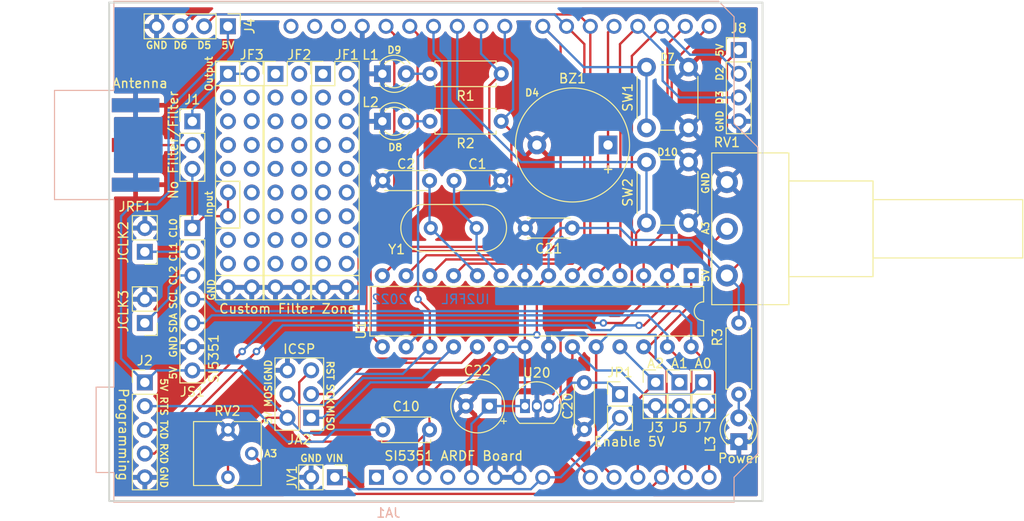
<source format=kicad_pcb>
(kicad_pcb (version 20211014) (generator pcbnew)
  (layers (0 "F.Cu" signal) (31 "B.Cu" signal) (34 "B.Paste" user) (35 "F.Paste" user) (36 "B.SilkS" user "B.Silkscreen") (37 "F.SilkS" user "F.Silkscreen") (38 "B.Mask" user) (39 "F.Mask" user) (44 "Edge.Cuts" user))
  (net 0 "")
  (net 1 "BUZ")
  (net 2 "GND")
  (net 3 "Net-(C1-Pad2)")
  (net 4 "Net-(C2-Pad1)")
  (net 5 "Net-(C10-Pad1)")
  (net 6 "RST")
  (net 7 "Net-(C20-Pad1)")
  (net 8 "+5V")
  (net 9 "Net-(L1-Pad2)")
  (net 10 "Net-(L2-Pad2)")
  (net 11 "Net-(L3-Pad2)")
  (net 12 "TXD")
  (net 13 "RXD")
  (net 14 "A2")
  (net 15 "D5")
  (net 16 "D6")
  (net 17 "A1")
  (net 18 "A0")
  (net 19 "D2")
  (net 20 "D3")
  (net 24 "VIN")
  (net 25 "A3")
  (net 26 "SDA")
  (net 27 "SCL")
  (net 28 "D7")
  (net 29 "LED2")
  (net 30 "LED1")
  (net 31 "D10")
  (net 32 "MOSI")
  (net 33 "MISO")
  (net 34 "SCK")
  (net 38 "CLK2")
  (net 71 "Filter")
  (net 85 "Net-(J1-Pad2)")
  (net 86 "CLK0")
  (net 87 "CLK1")
  (footprint "Capacitor_THT:C_Disc_D4.3mm_W1.9mm_P5.00mm" (layer "F.Cu") (at 171.41 46.99 180)
    (fp_text reference "C2")
    (fp_text value "18p")
  )
  (footprint "Button_Switch_THT:SW_PUSH_6mm" (layer "F.Cu") (at 194.6 41.35 90)
    (fp_text reference "SW1")
    (fp_text value "Button 1")
  )
  (footprint "Buzzer_Beeper:Buzzer_12x9.5RM7.6" (layer "F.Cu") (at 190.49 43.18 180)
    (fp_text reference "BZ1")
    (fp_text value "Buzzer")
  )
  (footprint "Package_DIP:DIP-28_W7.62mm" (layer "F.Cu") (at 199.38 57.16 -90)
    (fp_text reference "U1")
    (fp_text value "ATmega328-P")
  )
  (footprint "LED_THT:LED_D3.0mm" (layer "F.Cu") (at 166.37 35.56)
    (fp_text reference "L1")
    (fp_text value "LED")
  )
  (footprint "Resistor_THT:R_Axial_DIN0207_L6.3mm_D2.5mm_P7.62mm_Horizontal" (layer "F.Cu") (at 204.47 62.23 -90)
    (fp_text reference "R3")
    (fp_text value "470")
  )
  (footprint "Connector_PinHeader_2.54mm:PinHeader_1x07_P2.54mm_Vertical" (layer "F.Cu") (at 146.05 52.065)
    (fp_text reference "JS1")
    (fp_text value "SI5351 Board")
  )
  (footprint "Connector_PinHeader_2.54mm:PinHeader_1x02_P2.54mm_Vertical" (layer "F.Cu") (at 198.12 68.58)
    (fp_text reference "J5")
    (fp_text value "Analog 1")
  )
  (footprint "Connector_PinHeader_2.54mm:PinHeader_1x05_P2.54mm_Vertical" (layer "F.Cu") (at 140.97 68.585)
    (fp_text reference "J2")
    (fp_text value "Programming")
  )
  (footprint "LED_THT:LED_D3.0mm" (layer "F.Cu") (at 204.47 74.93 90)
    (fp_text reference "L3")
    (fp_text value "LED")
  )
  (footprint "Connector_PinHeader_2.54mm:PinHeader_1x02_P2.54mm_Vertical" (layer "F.Cu") (at 140.97 54.61 180)
    (fp_text reference "JCLK2")
    (fp_text value "Clock 2")
  )
  (footprint "Connector_PinHeader_2.54mm:PinHeader_2x10_P2.54mm_Vertical" (layer "F.Cu") (at 160.015 35.565)
    (fp_text reference "JF1")
    (fp_text value "Filter 1")
  )
  (footprint "Connector_PinHeader_2.54mm:PinHeader_1x02_P2.54mm_Vertical" (layer "F.Cu") (at 191.77 69.85)
    (fp_text reference "JP1")
    (fp_text value "5V EN")
  )
  (footprint "Connector_Coaxial:SMA_Amphenol_132289_EdgeMount" (layer "F.Cu") (at 139.9825 43.18 180)
    (fp_text reference "JRF1")
    (fp_text value "OUT")
  )
  (footprint "Connector_PinHeader_2.54mm:PinHeader_1x04_P2.54mm_Vertical" (layer "F.Cu") (at 149.85 30.48 -90)
    (fp_text reference "J4")
    (fp_text value "AUX2")
  )
  (footprint "Capacitor_THT:C_Disc_D4.3mm_W1.9mm_P5.00mm" (layer "F.Cu") (at 179.03 46.99 180)
    (fp_text reference "C1")
    (fp_text value "18p")
  )
  (footprint "Connector_PinHeader_2.54mm:PinHeader_2x03_P2.54mm_Vertical" (layer "F.Cu") (at 158.755 72.375 180)
    (fp_text reference "JA2")
    (fp_text value "ICSP")
  )
  (footprint "Potentiometer_THT:Potentiometer_Vishay_T73YP_Vertical" (layer "F.Cu") (at 149.86 78.74)
    (fp_text reference "RV2")
    (fp_text value "Potentiometer")
  )
  (footprint "Package_TO_SOT_THT:TO-92_Inline" (layer "F.Cu") (at 181.61 71.12)
    (fp_text reference "U20")
    (fp_text value "L78L05_TO92")
  )
  (footprint "Crystal:Crystal_HC18-U_Vertical" (layer "F.Cu") (at 171.54 52.07)
    (fp_text reference "Y1")
    (fp_text value "16M")
  )
  (footprint "Capacitor_THT:CP_Radial_Tantal_D5.5mm_P2.50mm" (layer "F.Cu") (at 177.8 71.12 180)
    (fp_text reference "C22")
    (fp_text value "47u")
  )
  (footprint "Button_Switch_THT:SW_PUSH_6mm" (layer "F.Cu") (at 194.6 51.51 90)
    (fp_text reference "SW2")
    (fp_text value "Button 2")
  )
  (footprint "Connector_PinHeader_2.54mm:PinHeader_1x04_P2.54mm_Vertical" (layer "F.Cu") (at 204.47 33.02)
    (fp_text reference "J8")
    (fp_text value "AUX1")
  )
  (footprint "Connector_PinHeader_2.54mm:PinHeader_2x10_P2.54mm_Vertical" (layer "F.Cu") (at 149.86 35.56)
    (fp_text reference "JF3")
    (fp_text value "Filter 3")
  )
  (footprint "Connector_PinHeader_2.54mm:PinHeader_1x02_P2.54mm_Vertical" (layer "F.Cu") (at 200.66 68.58)
    (fp_text reference "J7")
    (fp_text value "Analog 0")
  )
  (footprint "LED_THT:LED_D3.0mm" (layer "F.Cu") (at 166.37 40.64)
    (fp_text reference "L2")
    (fp_text value "LED")
  )
  (footprint "Resistor_THT:R_Axial_DIN0207_L6.3mm_D2.5mm_P7.62mm_Horizontal" (layer "F.Cu") (at 179.07 40.64 180)
    (fp_text reference "R2")
    (fp_text value "470")
  )
  (footprint "Connector_PinHeader_2.54mm:PinHeader_1x02_P2.54mm_Vertical" (layer "F.Cu") (at 140.97 62.23 180)
    (fp_text reference "JCLK3")
    (fp_text value "Clock 3")
  )
  (footprint "Potentiometer_THT:Potentiometer_Piher_PC-16_Single_Horizontal" (layer "F.Cu") (at 203.2 57.15)
    (fp_text reference "RV1")
    (fp_text value "Potentiometer")
  )
  (footprint "Connector_PinHeader_2.54mm:PinHeader_1x02_P2.54mm_Vertical" (layer "F.Cu") (at 195.58 68.58)
    (fp_text reference "J3")
    (fp_text value "Analog 2")
  )
  (footprint "Capacitor_THT:C_Disc_D5.0mm_W2.5mm_P5.00mm" (layer "F.Cu") (at 166.41 73.66)
    (fp_text reference "C10")
    (fp_text value "220n")
  )
  (footprint "Capacitor_THT:C_Disc_D4.3mm_W1.9mm_P5.00mm" (layer "F.Cu") (at 187.96 68.62 -90)
    (fp_text reference "C20")
    (fp_text value "100n")
  )
  (footprint "Resistor_THT:R_Axial_DIN0207_L6.3mm_D2.5mm_P7.62mm_Horizontal" (layer "F.Cu") (at 179.07 35.56 180)
    (fp_text reference "R1")
    (fp_text value "470")
  )
  (footprint "Connector_PinHeader_2.54mm:PinHeader_1x03_P2.54mm_Vertical" (layer "F.Cu") (at 146.05 40.655)
    (fp_text reference "J1")
    (fp_text value "Output Mode")
  )
  (footprint "Connector_PinHeader_2.54mm:PinHeader_2x10_P2.54mm_Vertical" (layer "F.Cu") (at 154.935 35.565)
    (fp_text reference "JF2")
    (fp_text value "Filter 2")
  )
  (footprint "Capacitor_THT:C_Disc_D4.3mm_W1.9mm_P5.00mm" (layer "F.Cu") (at 186.65 52.07 180)
    (fp_text reference "C21")
    (fp_text value "100n")
  )
  (footprint "Connector_PinHeader_2.54mm:PinHeader_1x02_P2.54mm_Vertical" (layer "F.Cu") (at 161.29 78.74 -90)
    (fp_text reference "JV1")
    (fp_text value "Vin")
  )
  (footprint "Module:Arduino_UNO_R3" (layer "B.Cu") (at 165.735 78.74)
    (fp_text reference "JA1")
    (fp_text value "Arduino_UNO_R3")
  )
  (gr_line (start 148.53 36.83) (end 153.605 36.835) (layer "F.SilkS") (width 0.15))
  (gr_line (start 151.13 52.07) (end 148.59 52.07) (layer "F.SilkS") (width 0.15))
  (gr_line (start 151.13 47.065) (end 151.13 52.07) (layer "F.SilkS") (width 0.15))
  (gr_line (start 148.53 36.83) (end 148.53 34.23) (layer "F.SilkS") (width 0.15))
  (gr_line (start 148.59 57.15) (end 163.83 57.15) (layer "F.SilkS") (width 0.15))
  (gr_line (start 148.59 47.065) (end 151.13 47.065) (layer "F.SilkS") (width 0.15))
  (gr_line (start 148.53 34.23) (end 151.13 34.23) (layer "F.SilkS") (width 0.15))
  (gr_rect (start 137.16 27.94) (end 207.01 81.28) (layer "Edge.Cuts") (width 0.2) (fill none))
  (gr_text "2022" (at 167.132 59.69) (layer "B.Cu") (effects (font (size 1 1)) (justify mirror)))
  (gr_text "IU2FRL" (at 175.26 59.69) (layer "B.Cu") (effects (font (size 1 1)) (justify mirror)))
  (gr_text "GND" (at 142.24 32.512) (layer "F.SilkS") (effects (font (size 0.75 0.75))))
  (gr_text "SDA" (at 144.018 62.23 90) (layer "F.SilkS") (effects (font (size 0.75 0.75))))
  (gr_text "CL1" (at 144.018 54.61 90) (layer "F.SilkS") (effects (font (size 0.75 0.75))))
  (gr_text "D9" (at 167.64 33.02) (layer "F.SilkS") (effects (font (size 0.75 0.75))))
  (gr_text "GND" (at 202.438 40.64 90) (layer "F.SilkS") (effects (font (size 0.75 0.75))))
  (gr_text "5V" (at 202.438 33.02 90) (layer "F.SilkS") (effects (font (size 0.75 0.75))))
  (gr_text "Custom Filter Zone" (at 156.21 60.706) (layer "F.SilkS") (effects (font (size 1 1))))
  (gr_text "ICSP" (at 157.48 65.024) (layer "F.SilkS") (effects (font (size 1 1))))
  (gr_text "GND" (at 200.914 47.244 90) (layer "F.SilkS") (effects (font (size 0.75 0.75))))
  (gr_text "GND" (at 148.082 58.674 90) (layer "F.SilkS") (effects (font (size 0.75 0.75))))
  (gr_text "RST" (at 160.782 67.31 270) (layer "F.SilkS") (effects (font (size 0.75 0.75))))
  (gr_text "Enable 5V" (at 192.786 74.93) (layer "F.SilkS") (effects (font (size 1 1))))
  (gr_text "TXD" (at 143.002 73.66 270) (layer "F.SilkS") (effects (font (size 0.75 0.75))))
  (gr_text "GND" (at 143.002 78.726363 270) (layer "F.SilkS") (effects (font (size 0.75 0.75))))
  (gr_text "SCK" (at 160.782 69.85 270) (layer "F.SilkS") (effects (font (size 0.75 0.75))))
  (gr_text "VIN" (at 161.29 76.708) (layer "F.SilkS") (effects (font (size 0.75 0.75))))
  (gr_text "D3" (at 202.438 38.1 90) (layer "F.SilkS") (effects (font (size 0.75 0.75))))
  (gr_text "GND" (at 158.75 76.708) (layer "F.SilkS") (effects (font (size 0.75 0.75))))
  (gr_text "A3" (at 154.432 76.2) (layer "F.SilkS") (effects (font (size 0.75 0.75))))
  (gr_text "5V" (at 149.86 32.512) (layer "F.SilkS") (effects (font (size 0.75 0.75))))
  (gr_text "D7" (at 196.85 33.782) (layer "F.SilkS") (effects (font (size 0.75 0.75))))
  (gr_text "A3" (at 200.914 52.07 90) (layer "F.SilkS") (effects (font (size 0.75 0.75))))
  (gr_text "RXD" (at 143.002 76.2 270) (layer "F.SilkS") (effects (font (size 0.75 0.75))))
  (gr_text "Antenna" (at 140.462 36.576) (layer "F.SilkS") (effects (font (size 1 1))))
  (gr_text "Power" (at 204.47 76.708) (layer "F.SilkS") (effects (font (size 1 1))))
  (gr_text "MISO" (at 160.782 72.39 270) (layer "F.SilkS") (effects (font (size 0.75 0.75))))
  (gr_text "D8" (at 167.736487 43.434) (layer "F.SilkS") (effects (font (size 0.75 0.75))))
  (gr_text "D6" (at 144.78 32.512) (layer "F.SilkS") (effects (font (size 0.75 0.75))))
  (gr_text "D4" (at 182.372 37.592) (layer "F.SilkS") (effects (font (size 0.75 0.75))))
  (gr_text "D5" (at 147.32 32.512) (layer "F.SilkS") (effects (font (size 0.75 0.75))))
  (gr_text "MOSI" (at 154.178 69.85 90) (layer "F.SilkS") (effects (font (size 0.75 0.75))))
  (gr_text "A2" (at 195.58 66.548) (layer "F.SilkS") (effects (font (size 1 1))))
  (gr_text "Programming" (at 138.684 74.168 270) (layer "F.SilkS") (effects (font (size 1 1))))
  (gr_text "5V" (at 154.178 72.39 90) (layer "F.SilkS") (effects (font (size 0.75 0.75))))
  (gr_text "D2" (at 202.438 35.56 90) (layer "F.SilkS") (effects (font (size 0.75 0.75))))
  (gr_text "SCL" (at 144.018 59.69 90) (layer "F.SilkS") (effects (font (size 0.75 0.75))))
  (gr_text "GND" (at 144.018 64.77 90) (layer "F.SilkS") (effects (font (size 0.75 0.75))))
  (gr_text "SI5351" (at 148.336 66.04 90) (layer "F.SilkS") (effects (font (size 1 1))))
  (gr_text "CL2" (at 144.018 57.15 90) (layer "F.SilkS") (effects (font (size 0.75 0.75))))
  (gr_text "Output" (at 147.828 35.56 90) (layer "F.SilkS") (effects (font (size 0.75 0.75))))
  (gr_text "Input" (at 147.828 49.53 90) (layer "F.SilkS") (effects (font (size 0.75 0.75))))
  (gr_text "No Filter/Filter" (at 144.018 43.18 90) (layer "F.SilkS") (effects (font (size 1 1))))
  (gr_text "A0" (at 200.66 66.548) (layer "F.SilkS") (effects (font (size 1 1))))
  (gr_text "A1" (at 198.12 66.548) (layer "F.SilkS") (effects (font (size 1 1))))
  (gr_text "5V" (at 144.018 67.564 90) (layer "F.SilkS") (effects (font (size 0.75 0.75))))
  (gr_text "GND" (at 154.178 67.31 90) (layer "F.SilkS") (effects (font (size 0.75 0.75))))
  (gr_text "SI5351 ARDF Board" (at 173.99 76.454) (layer "F.SilkS") (effects (font (size 1 1))))
  (gr_text "D10" (at 196.85 43.942) (layer "F.SilkS") (effects (font (size 0.75 0.75))))
  (gr_text "RTS" (at 143.002 71.12 270) (layer "F.SilkS") (effects (font (size 0.75 0.75))))
  (gr_text "5V" (at 200.914 57.15 90) (layer "F.SilkS") (effects (font (size 0.75 0.75))))
  (gr_text "CL0" (at 144.018 52.07 90) (layer "F.SilkS") (effects (font (size 0.75 0.75))))
  (gr_text "5V" (at 143.002 68.834 270) (layer "F.SilkS") (effects (font (size 0.75 0.75))))
  (segment (start 190.49 39.37) (end 190.49 31.125) (width 0.25) (layer "F.Cu") (net 1))
  (segment (start 190.49 31.125) (end 191.135 30.48) (width 0.25) (layer "F.Cu") (net 1))
  (segment (start 190.49 53.35) (end 186.68 57.16) (width 0.25) (layer "F.Cu") (net 1))
  (segment (start 190.49 39.37) (end 190.49 53.35) (width 0.25) (layer "F.Cu") (net 1))
  (segment (start 176.44 52.07) (end 176.44 54.54) (width 0.25) (layer "B.Cu") (net 3))
  (segment (start 174.03 49.66) (end 176.44 52.07) (width 0.25) (layer "B.Cu") (net 3))
  (segment (start 176.44 54.54) (end 179.06 57.16) (width 0.25) (layer "B.Cu") (net 3))
  (segment (start 174.03 46.99) (end 174.03 49.66) (width 0.25) (layer "B.Cu") (net 3))
  (segment (start 171.41 46.99) (end 171.41 51.94) (width 0.25) (layer "B.Cu") (net 4))
  (segment (start 171.54 52.07) (end 176.52 57.05) (width 0.25) (layer "B.Cu") (net 4))
  (segment (start 171.41 51.94) (end 171.54 52.07) (width 0.25) (layer "B.Cu") (net 4))
  (segment (start 176.52 57.05) (end 176.52 57.16) (width 0.25) (layer "B.Cu") (net 4))
  (segment (start 161.29 73.66) (end 160.02 74.93) (width 0.25) (layer "B.Cu") (net 5))
  (segment (start 166.41 73.66) (end 161.29 73.66) (width 0.25) (layer "B.Cu") (net 5))
  (segment (start 152.4 71.12) (end 152.395 71.125) (width 0.25) (layer "B.Cu") (net 5))
  (segment (start 156.21 74.93) (end 152.4 71.12) (width 0.25) (layer "B.Cu") (net 5))
  (segment (start 152.395 71.125) (end 140.97 71.125) (width 0.25) (layer "B.Cu") (net 5))
  (segment (start 160.02 74.93) (end 156.21 74.93) (width 0.25) (layer "B.Cu") (net 5))
  (segment (start 185.42 64.008) (end 185.928 63.5) (width 0.25) (layer "F.Cu") (net 6))
  (segment (start 157.48 73.66) (end 158.75 74.93) (width 0.25) (layer "F.Cu") (net 6))
  (segment (start 185.42 66.04) (end 185.42 64.008) (width 0.25) (layer "F.Cu") (net 6))
  (segment (start 158.75 74.93) (end 170.14 74.93) (width 0.25) (layer "F.Cu") (net 6))
  (segment (start 157.48 68.57) (end 157.48 73.66) (width 0.25) (layer "F.Cu") (net 6))
  (segment (start 170.14 74.93) (end 171.41 73.66) (width 0.25) (layer "F.Cu") (net 6))
  (segment (start 171.41 69.89) (end 172.72 68.58) (width 0.25) (layer "F.Cu") (net 6))
  (segment (start 185.928 63.5) (end 194.691 63.5) (width 0.25) (layer "F.Cu") (net 6))
  (segment (start 194.691 63.5) (end 199.38 58.811) (width 0.25) (layer "F.Cu") (net 6))
  (segment (start 182.88 68.58) (end 185.42 66.04) (width 0.25) (layer "F.Cu") (net 6))
  (segment (start 158.755 67.295) (end 157.48 68.57) (width 0.25) (layer "F.Cu") (net 6))
  (segment (start 171.41 73.66) (end 171.41 69.89) (width 0.25) (layer "F.Cu") (net 6))
  (segment (start 199.38 58.811) (end 199.38 57.16) (width 0.25) (layer "F.Cu") (net 6))
  (segment (start 172.72 68.58) (end 182.88 68.58) (width 0.25) (layer "F.Cu") (net 6))
  (segment (start 170.815 78.74) (end 170.815 74.255) (width 0.25) (layer "B.Cu") (net 6))
  (segment (start 170.815 74.255) (end 171.45 73.62) (width 0.25) (layer "B.Cu") (net 6))
  (segment (start 187.96 68.62) (end 190.54 68.62) (width 0.25) (layer "B.Cu") (net 7))
  (segment (start 187.96 68.62) (end 186.65 68.62) (width 0.25) (layer "B.Cu") (net 7))
  (segment (start 186.65 68.62) (end 184.15 71.12) (width 0.25) (layer "B.Cu") (net 7))
  (segment (start 190.54 68.62) (end 191.77 69.85) (width 0.25) (layer "B.Cu") (net 7))
  (segment (start 203.2 57.15) (end 205.74 54.61) (width 0.25) (layer "F.Cu") (net 8))
  (segment (start 181.6 64.78) (end 181.6 59.7) (width 0.25) (layer "F.Cu") (net 8))
  (segment (start 149.86 78.74) (end 149.86 76.454) (width 0.25) (layer "F.Cu") (net 8))
  (segment (start 205.74 44.45) (end 203.2 41.91) (width 0.25) (layer "F.Cu") (net 8))
  (segment (start 203.2 34.29) (end 204.47 33.02) (width 0.25) (layer "F.Cu") (net 8))
  (segment (start 153.939 72.375) (end 156.215 72.375) (width 0.25) (layer "F.Cu") (net 8))
  (segment (start 181.6 59.7) (end 184.14 57.16) (width 0.25) (layer "F.Cu") (net 8))
  (segment (start 149.86 76.454) (end 153.939 72.375) (width 0.25) (layer "F.Cu") (net 8))
  (segment (start 203.2 41.91) (end 203.2 34.29) (width 0.25) (layer "F.Cu") (net 8))
  (segment (start 205.74 54.61) (end 205.74 44.45) (width 0.25) (layer "F.Cu") (net 8))
  (segment (start 179.06 64.78) (end 181.6 64.78) (width 0.25) (layer "B.Cu") (net 8))
  (segment (start 149.85 33.03) (end 143.51 39.37) (width 0.25) (layer "B.Cu") (net 8))
  (segment (start 204.47 62.23) (end 204.47 58.42) (width 0.25) (layer "B.Cu") (net 8))
  (segment (start 175.895 78.74) (end 175.895 73.025) (width 0.25) (layer "B.Cu") (net 8))
  (segment (start 199.39 53.34) (end 203.2 57.15) (width 0.25) (layer "B.Cu") (net 8))
  (segment (start 157.851443 74.011443) (end 159.668557 74.011443) (width 0.25) (layer "B.Cu") (net 8))
  (segment (start 181.61 71.12) (end 177.8 71.12) (width 0.25) (layer "B.Cu") (net 8))
  (segment (start 143.51 48.26) (end 142.24 49.53) (width 0.25) (layer "B.Cu") (net 8))
  (segment (start 142.24 49.53) (end 139.7 49.53) (width 0.25) (layer "B.Cu") (net 8))
  (segment (start 138.43 50.8) (end 138.43 66.045) (width 0.25) (layer "B.Cu") (net 8))
  (segment (start 191.77 52.07) (end 193.04 53.34) (width 0.25) (layer "B.Cu") (net 8))
  (segment (start 142.25 67.305) (end 140.97 68.585) (width 0.25) (layer "B.Cu") (net 8))
  (segment (start 186.65 52.07) (end 191.77 52.07) (width 0.25) (layer "B.Cu") (net 8))
  (segment (start 175.895 73.025) (end 177.8 71.12) (width 0.25) (layer "B.Cu") (net 8))
  (segment (start 151.145 67.305) (end 156.215 72.375) (width 0.25) (layer "B.Cu") (net 8))
  (segment (start 138.43 66.045) (end 140.97 68.585) (width 0.25) (layer "B.Cu") (net 8))
  (segment (start 204.47 58.42) (end 203.2 57.15) (width 0.25) (layer "B.Cu") (net 8))
  (segment (start 159.668557 74.011443) (end 165.1 68.58) (width 0.25) (layer "B.Cu") (net 8))
  (segment (start 165.1 68.58) (end 175.26 68.58) (width 0.25) (layer "B.Cu") (net 8))
  (segment (start 181.6 64.78) (end 181.6 71.11) (width 0.25) (layer "B.Cu") (net 8))
  (segment (start 181.6 71.11) (end 181.61 71.12) (width 0.25) (layer "B.Cu") (net 8))
  (segment (start 186.65 52.07) (end 185.42 52.07) (width 0.25) (layer "B.Cu") (net 8))
  (segment (start 175.26 68.58) (end 179.06 64.78) (width 0.25) (layer "B.Cu") (net 8))
  (segment (start 185.42 52.07) (end 184.14 53.35) (width 0.25) (layer "B.Cu") (net 8))
  (segment (start 184.14 53.35) (end 184.14 57.16) (width 0.25) (layer "B.Cu") (net 8))
  (segment (start 143.51 39.37) (end 143.51 48.26) (width 0.25) (layer "B.Cu") (net 8))
  (segment (start 146.05 67.305) (end 142.25 67.305) (width 0.25) (layer "B.Cu") (net 8))
  (segment (start 149.85 30.48) (end 149.85 33.03) (width 0.25) (layer "B.Cu") (net 8))
  (segment (start 193.04 53.34) (end 199.39 53.34) (width 0.25) (layer "B.Cu") (net 8))
  (segment (start 146.05 67.305) (end 151.145 67.305) (width 0.25) (layer "B.Cu") (net 8))
  (segment (start 156.215 72.375) (end 157.851443 74.011443) (width 0.25) (layer "B.Cu") (net 8))
  (segment (start 139.7 49.53) (end 138.43 50.8) (width 0.25) (layer "B.Cu") (net 8))
  (segment (start 171.45 35.56) (end 168.91 35.56) (width 0.25) (layer "B.Cu") (net 9))
  (segment (start 168.91 40.64) (end 171.45 40.64) (width 0.25) (layer "B.Cu") (net 10))
  (segment (start 204.47 72.39) (end 204.47 69.85) (width 0.25) (layer "B.Cu") (net 11))
  (segment (start 140.97 73.665) (end 142.997 73.665) (width 0.25) (layer "F.Cu") (net 12))
  (segment (start 194.3 57.16) (end 194.3 54.62) (width 0.25) (layer "F.Cu") (net 12))
  (segment (start 194.31 59.944) (end 192.024 62.23) (width 0.25) (layer "F.Cu") (net 12))
  (segment (start 196.85 52.07) (end 196.85 32.385) (width 0.25) (layer "F.Cu") (net 12))
  (segment (start 142.997 73.665) (end 151.384 65.278) (width 0.25) (layer "F.Cu") (net 12))
  (segment (start 192.024 62.23) (end 189.992 62.23) (width 0.25) (layer "F.Cu") (net 12))
  (segment (start 196.85 32.385) (end 198.755 30.48) (width 0.25) (layer "F.Cu") (net 12))
  (segment (start 194.3 59.934) (end 194.31 59.944) (width 0.25) (layer "F.Cu") (net 12))
  (segment (start 194.3 54.62) (end 196.85 52.07) (width 0.25) (layer "F.Cu") (net 12))
  (segment (start 194.3 57.16) (end 194.3 59.934) (width 0.25) (layer "F.Cu") (net 12))
  (via (at 151.384 65.278) (size 0.8) (drill 0.4) (layers "F.Cu" "B.Cu") (net 12))
  (via (at 189.992 62.23) (size 0.8) (drill 0.4) (layers "F.Cu" "B.Cu") (net 12))
  (segment (start 188.976 62.23) (end 188.722 61.976) (width 0.25) (layer "B.Cu") (net 12))
  (segment (start 188.722 61.976) (end 154.686 61.976) (width 0.25) (layer "B.Cu") (net 12))
  (segment (start 189.992 62.23) (end 188.976 62.23) (width 0.25) (layer "B.Cu") (net 12))
  (segment (start 154.686 61.976) (end 151.384 65.278) (width 0.25) (layer "B.Cu") (net 12))
  (segment (start 140.97 76.205) (end 141.981 76.205) (width 0.25) (layer "F.Cu") (net 13))
  (segment (start 141.981 76.205) (end 152.908 65.278) (width 0.25) (layer "F.Cu") (net 13))
  (segment (start 196.84 57.16) (end 196.84 59.934) (width 0.25) (layer "F.Cu") (net 13))
  (segment (start 197.3 56.7) (end 196.84 57.16) (width 0.25) (layer "F.Cu") (net 13))
  (segment (start 197.3 34.475) (end 197.3 56.7) (width 0.25) (layer "F.Cu") (net 13))
  (segment (start 194.31 62.484) (end 193.802 62.484) (width 0.25) (layer "F.Cu") (net 13))
  (segment (start 196.84 59.934) (end 196.85 59.944) (width 0.25) (layer "F.Cu") (net 13))
  (segment (start 201.295 30.48) (end 197.3 34.475) (width 0.25) (layer "F.Cu") (net 13))
  (segment (start 196.85 59.944) (end 194.31 62.484) (width 0.25) (layer "F.Cu") (net 13))
  (via (at 152.908 65.278) (size 0.8) (drill 0.4) (layers "F.Cu" "B.Cu") (net 13))
  (via (at 193.802 62.484) (size 0.8) (drill 0.4) (layers "F.Cu" "B.Cu") (net 13))
  (segment (start 190.754 62.992) (end 188.722 62.992) (width 0.25) (layer "B.Cu") (net 13))
  (segment (start 188.722 62.992) (end 188.214 62.484) (width 0.25) (layer "B.Cu") (net 13))
  (segment (start 193.802 62.484) (end 191.262 62.484) (width 0.25) (layer "B.Cu") (net 13))
  (segment (start 155.702 62.484) (end 152.908 65.278) (width 0.25) (layer "B.Cu") (net 13))
  (segment (start 188.214 62.484) (end 155.702 62.484) (width 0.25) (layer "B.Cu") (net 13))
  (segment (start 191.262 62.484) (end 190.754 62.992) (width 0.25) (layer "B.Cu") (net 13))
  (segment (start 193.675 70.485) (end 195.58 68.58) (width 0.25) (layer "F.Cu") (net 14))
  (segment (start 193.675 78.74) (end 193.675 70.485) (width 0.25) (layer "F.Cu") (net 14))
  (segment (start 191.76 64.78) (end 195.56 68.58) (width 0.25) (layer "B.Cu") (net 14))
  (segment (start 195.56 68.58) (end 195.58 68.58) (width 0.25) (layer "B.Cu") (net 14))
  (segment (start 148.58 29.21) (end 187.325 29.21) (width 0.25) (layer "F.Cu") (net 15))
  (segment (start 175.26 55.88) (end 186.69 55.88) (width 0.25) (layer "F.Cu") (net 15))
  (segment (start 186.69 55.88) (end 188.595 53.975) (width 0.25) (layer "F.Cu") (net 15))
  (segment (start 173.98 57.16) (end 175.26 55.88) (width 0.25) (layer "F.Cu") (net 15))
  (segment (start 147.31 30.48) (end 148.58 29.21) (width 0.25) (layer "F.Cu") (net 15))
  (segment (start 188.595 53.975) (end 188.595 30.48) (width 0.25) (layer "F.Cu") (net 15))
  (segment (start 187.325 29.21) (end 188.595 30.48) (width 0.25) (layer "F.Cu") (net 15))
  (segment (start 187.96 32.385) (end 187.96 53.973604) (width 0.25) (layer "F.Cu") (net 16))
  (segment (start 186.055 30.48) (end 187.96 32.385) (width 0.25) (layer "F.Cu") (net 16))
  (segment (start 187.96 53.973604) (end 186.503604 55.43) (width 0.25) (layer "F.Cu") (net 16))
  (segment (start 173.17 55.43) (end 171.44 57.16) (width 0.25) (layer "F.Cu") (net 16))
  (segment (start 186.503604 55.43) (end 173.17 55.43) (width 0.25) (layer "F.Cu") (net 16))
  (segment (start 144.77 30.48) (end 146.04 29.21) (width 0.25) (layer "B.Cu") (net 16))
  (segment (start 146.04 29.21) (end 184.785 29.21) (width 0.25) (layer "B.Cu") (net 16))
  (segment (start 184.785 29.21) (end 186.055 30.48) (width 0.25) (layer "B.Cu") (net 16))
  (segment (start 189.22 67.3) (end 189.22 64.78) (width 0.25) (layer "F.Cu") (net 17))
  (segment (start 189.23 67.31) (end 189.22 67.3) (width 0.25) (layer "F.Cu") (net 17))
  (segment (start 189.22 76.825) (end 191.135 78.74) (width 0.25) (layer "F.Cu") (net 17))
  (segment (start 189.22 64.78) (end 189.22 76.825) (width 0.25) (layer "F.Cu") (net 17))
  (segment (start 189.22 64.78) (end 190.5 63.5) (width 0.25) (layer "B.Cu") (net 17))
  (segment (start 190.5 63.5) (end 195.58 63.5) (width 0.25) (layer "B.Cu") (net 17))
  (segment (start 195.58 66.04) (end 198.12 68.58) (width 0.25) (layer "B.Cu") (net 17))
  (segment (start 195.58 63.5) (end 195.58 66.04) (width 0.25) (layer "B.Cu") (net 17))
  (segment (start 186.68 66.05) (end 185.42 67.31) (width 0.25) (layer "F.Cu") (net 18))
  (segment (start 185.42 75.565) (end 188.595 78.74) (width 0.25) (layer "F.Cu") (net 18))
  (segment (start 185.42 67.31) (end 185.42 75.565) (width 0.25) (layer "F.Cu") (net 18))
  (segment (start 186.68 64.78) (end 186.68 66.05) (width 0.25) (layer "F.Cu") (net 18))
  (segment (start 186.68 64.78) (end 189.21 67.31) (width 0.25) (layer "B.Cu") (net 18))
  (segment (start 191.77 67.31) (end 194.31 69.85) (width 0.25) (layer "B.Cu") (net 18))
  (segment (start 189.21 67.31) (end 191.77 67.31) (width 0.25) (layer "B.Cu") (net 18))
  (segment (start 199.39 69.85) (end 200.66 68.58) (width 0.25) (layer "B.Cu") (net 18))
  (segment (start 194.31 69.85) (end 199.39 69.85) (width 0.25) (layer "B.Cu") (net 18))
  (segment (start 193.04 54.61) (end 193.04 33.655) (width 0.25) (layer "F.Cu") (net 19))
  (segment (start 191.76 57.16) (end 191.76 55.89) (width 0.25) (layer "F.Cu") (net 19))
  (segment (start 193.04 33.655) (end 196.215 30.48) (width 0.25) (layer "F.Cu") (net 19))
  (segment (start 191.76 55.89) (end 193.04 54.61) (width 0.25) (layer "F.Cu") (net 19))
  (segment (start 199.26 33.525) (end 196.215 30.48) (width 0.25) (layer "B.Cu") (net 19))
  (segment (start 204.47 35.56) (end 202.435 33.525) (width 0.25) (layer "B.Cu") (net 19))
  (segment (start 202.435 33.525) (end 199.26 33.525) (width 0.25) (layer "B.Cu") (net 19))
  (segment (start 193.675 30.48) (end 191.77 32.385) (width 0.25) (layer "F.Cu") (net 20))
  (segment (start 191.815 54.565) (end 189.22 57.16) (width 0.25) (layer "F.Cu") (net 20))
  (segment (start 191.77 36.83) (end 191.815 36.875) (width 0.25) (layer "F.Cu") (net 20))
  (segment (start 191.77 32.385) (end 191.77 36.83) (width 0.25) (layer "F.Cu") (net 20))
  (segment (start 191.815 36.875) (end 191.815 54.565) (width 0.25) (layer "F.Cu") (net 20))
  (segment (start 204.47 38.1) (end 198.12 38.1) (width 0.25) (layer "B.Cu") (net 20))
  (segment (start 196.327865 33.132865) (end 193.675 30.48) (width 0.25) (layer "B.Cu") (net 20))
  (segment (start 196.327865 36.307865) (end 196.327865 33.132865) (width 0.25) (layer "B.Cu") (net 20))
  (segment (start 198.12 38.1) (end 196.327865 36.307865) (width 0.25) (layer "B.Cu") (net 20))
  (segment (start 183.515 78.74) (end 185.42 78.74) (width 0.25) (layer "B.Cu") (net 24))
  (segment (start 182.245 80.01) (end 183.515 78.74) (width 0.25) (layer "B.Cu") (net 24))
  (segment (start 161.29 78.74) (end 162.56 78.74) (width 0.25) (layer "B.Cu") (net 24))
  (segment (start 163.83 80.01) (end 182.245 80.01) (width 0.25) (layer "B.Cu") (net 24))
  (segment (start 185.42 78.74) (end 191.77 72.39) (width 0.25) (layer "B.Cu") (net 24))
  (segment (start 162.56 78.74) (end 163.83 80.01) (width 0.25) (layer "B.Cu") (net 24))
  (segment (start 196.215 78.74) (end 196.755 78.2) (width 0.25) (layer "F.Cu") (net 25))
  (segment (start 196.755 67.235) (end 194.3 64.78) (width 0.25) (layer "F.Cu") (net 25))
  (segment (start 194.808 64.78) (end 201.289293 58.298707) (width 0.25) (layer "F.Cu") (net 25))
  (segment (start 156.718 80.518) (end 194.437 80.518) (width 0.25) (layer "F.Cu") (net 25))
  (segment (start 152.4 76.2) (end 156.718 80.518) (width 0.25) (layer "F.Cu") (net 25))
  (segment (start 196.755 78.2) (end 196.755 67.235) (width 0.25) (layer "F.Cu") (net 25))
  (segment (start 194.437 80.518) (end 196.215 78.74) (width 0.25) (layer "F.Cu") (net 25))
  (segment (start 201.289293 58.298707) (end 201.289293 54.060707) (width 0.25) (layer "F.Cu") (net 25))
  (segment (start 201.289293 54.060707) (end 203.2 52.15) (width 0.25) (layer "F.Cu") (net 25))
  (segment (start 194.3 64.78) (end 194.808 64.78) (width 0.25) (layer "F.Cu") (net 25))
  (segment (start 199.39 72.39) (end 199.39 67.33) (width 0.25) (layer "F.Cu") (net 26))
  (segment (start 198.755 73.025) (end 199.39 72.39) (width 0.25) (layer "F.Cu") (net 26))
  (segment (start 198.755 78.74) (end 198.755 73.025) (width 0.25) (layer "F.Cu") (net 26))
  (segment (start 199.39 67.33) (end 196.84 64.78) (width 0.25) (layer "F.Cu") (net 26))
  (segment (start 148.14 61.41) (end 194.74 61.41) (width 0.25) (layer "B.Cu") (net 26))
  (segment (start 147.315 62.225) (end 147.32 62.23) (width 0.25) (layer "B.Cu") (net 26))
  (segment (start 146.05 62.225) (end 147.315 62.225) (width 0.25) (layer "B.Cu") (net 26))
  (segment (start 196.84 63.51) (end 196.84 64.78) (width 0.25) (layer "B.Cu") (net 26))
  (segment (start 147.32 62.23) (end 148.14 61.41) (width 0.25) (layer "B.Cu") (net 26))
  (segment (start 194.74 61.41) (end 196.84 63.51) (width 0.25) (layer "B.Cu") (net 26))
  (segment (start 201.93 72.39) (end 201.93 67.33) (width 0.25) (layer "F.Cu") (net 27))
  (segment (start 201.295 78.74) (end 201.295 73.025) (width 0.25) (layer "F.Cu") (net 27))
  (segment (start 201.295 73.025) (end 201.93 72.39) (width 0.25) (layer "F.Cu") (net 27))
  (segment (start 201.93 67.33) (end 199.38 64.78) (width 0.25) (layer "F.Cu") (net 27))
  (segment (start 146.05 59.685) (end 147.315 59.685) (width 0.25) (layer "B.Cu") (net 27))
  (segment (start 148.59 60.96) (end 198.12 60.96) (width 0.25) (layer "B.Cu") (net 27))
  (segment (start 199.38 62.24) (end 199.38 64.78) (width 0.25) (layer "B.Cu") (net 27))
  (segment (start 147.315 59.685) (end 148.59 60.96) (width 0.25) (layer "B.Cu") (net 27))
  (segment (start 198.12 60.96) (end 199.39 62.23) (width 0.25) (layer "B.Cu") (net 27))
  (segment (start 199.39 62.23) (end 199.38 62.24) (width 0.25) (layer "B.Cu") (net 27))
  (segment (start 185.42 53.34) (end 185.42 32.385) (width 0.25) (layer "F.Cu") (net 28))
  (segment (start 185.42 32.385) (end 183.515 30.48) (width 0.25) (layer "F.Cu") (net 28))
  (segment (start 168.9 57.16) (end 171.08 54.98) (width 0.25) (layer "F.Cu") (net 28))
  (segment (start 171.08 54.98) (end 183.78 54.98) (width 0.25) (layer "F.Cu") (net 28))
  (segment (start 183.78 54.98) (end 185.42 53.34) (width 0.25) (layer "F.Cu") (net 28))
  (segment (start 187.885 34.85) (end 194.6 34.85) (width 0.25) (layer "B.Cu") (net 28))
  (segment (start 168.9 57.58) (end 168.9 57.16) (width 0.25) (layer "B.Cu") (net 28))
  (segment (start 194.6 41.35) (end 194.6 34.85) (width 0.25) (layer "B.Cu") (net 28))
  (segment (start 183.515 30.48) (end 187.885 34.85) (width 0.25) (layer "B.Cu") (net 28))
  (segment (start 168.99 54.53) (end 179.07 54.53) (width 0.25) (layer "F.Cu") (net 29))
  (segment (start 180.155 41.725) (end 179.07 40.64) (width 0.25) (layer "F.Cu") (net 29))
  (segment (start 166.36 57.16) (end 168.99 54.53) (width 0.25) (layer "F.Cu") (net 29))
  (segment (start 180.155 53.445) (end 180.155 41.725) (width 0.25) (layer "F.Cu") (net 29))
  (segment (start 179.07 54.53) (end 180.155 53.445) (width 0.25) (layer "F.Cu") (net 29))
  (segment (start 179.455 30.48) (end 179.455 33.405) (width 0.25) (layer "B.Cu") (net 29))
  (segment (start 179.455 33.405) (end 180.34 34.29) (width 0.25) (layer "B.Cu") (net 29))
  (segment (start 180.34 39.37) (end 179.07 40.64) (width 0.25) (layer "B.Cu") (net 29))
  (segment (start 180.34 34.29) (end 180.34 39.37) (width 0.25) (layer "B.Cu") (net 29))
  (segment (start 177.8 53.34) (end 177.06 54.08) (width 0.25) (layer "F.Cu") (net 30))
  (segment (start 166.9 54.08) (end 165.1 55.88) (width 0.25) (layer "F.Cu") (net 30))
  (segment (start 165.1 55.88) (end 165.1 63.52) (width 0.25) (layer "F.Cu") (net 30))
  (segment (start 179.07 35.56) (end 177.8 36.83) (width 0.25) (layer "F.Cu") (net 30))
  (segment (start 177.06 54.08) (end 166.9 54.08) (width 0.25) (layer "F.Cu") (net 30))
  (segment (start 165.1 63.52) (end 166.36 64.78) (width 0.25) (layer "F.Cu") (net 30))
  (segment (start 177.8 36.83) (end 177.8 53.34) (width 0.25) (layer "F.Cu") (net 30))
  (segment (start 176.915 30.48) (end 176.915 33.405) (width 0.25) (layer "B.Cu") (net 30))
  (segment (start 176.915 33.405) (end 179.07 35.56) (width 0.25) (layer "B.Cu") (net 30))
  (segment (start 193.49 54.796396) (end 193.49 52.62) (width 0.25) (layer "F.Cu") (net 31))
  (segment (start 193.04 57.912) (end 193.04 55.246396) (width 0.25) (layer "F.Cu") (net 31))
  (segment (start 183.642 58.674) (end 192.278 58.674) (width 0.25) (layer "F.Cu") (net 31))
  (segment (start 193.04 55.246396) (end 193.49 54.796396) (width 0.25) (layer "F.Cu") (net 31))
  (segment (start 192.278 58.674) (end 193.04 57.912) (width 0.25) (layer "F.Cu") (net 31))
  (segment (start 193.49 52.62) (end 194.6 51.51) (width 0.25) (layer "F.Cu") (net 31))
  (segment (start 182.88 59.436) (end 183.642 58.674) (width 0.25) (layer "F.Cu") (net 31))
  (segment (start 182.88 63.5) (end 182.88 59.436) (width 0.25) (layer "F.Cu") (net 31))
  (via (at 182.88 63.5) (size 0.8) (drill 0.4) (layers "F.Cu" "B.Cu") (net 31))
  (via (at 182.88 63.5) (size 0.8) (drill 0.4) (layers "F.Cu" "B.Cu") (net 31))
  (segment (start 194.6 51.51) (end 194.6 45.01) (width 0.25) (layer "B.Cu") (net 31))
  (segment (start 174.375 38.193602) (end 181.191398 45.01) (width 0.25) (layer "B.Cu") (net 31))
  (segment (start 174.375 30.48) (end 174.375 38.193602) (width 0.25) (layer "B.Cu") (net 31))
  (segment (start 181.191398 45.01) (end 194.6 45.01) (width 0.25) (layer "B.Cu") (net 31))
  (segment (start 182.88 63.5) (end 170.18 63.5) (width 0.25) (layer "B.Cu") (net 31))
  (segment (start 170.18 63.5) (end 168.9 64.78) (width 0.25) (layer "B.Cu") (net 31))
  (segment (start 171.44 64.78) (end 171.44 60.95) (width 0.25) (layer "F.Cu") (net 32))
  (segment (start 171.44 60.95) (end 170.18 59.69) (width 0.25) (layer "F.Cu") (net 32))
  (via (at 170.18 59.69) (size 0.8) (drill 0.4) (layers "F.Cu" "B.Cu") (net 32))
  (segment (start 172.72 41.91) (end 170.18 44.45) (width 0.25) (layer "B.Cu") (net 32))
  (segment (start 171.835 30.48) (end 171.835 33.405) (width 0.25) (layer "B.Cu") (net 32))
  (segment (start 163.46 67.68) (end 168.54 67.68) (width 0.25) (layer "B.Cu") (net 32))
  (segment (start 172.72 34.29) (end 172.72 41.91) (width 0.25) (layer "B.Cu") (net 32))
  (segment (start 170.18 44.45) (end 170.18 59.69) (width 0.25) (layer "B.Cu") (net 32))
  (segment (start 156.215 69.835) (end 157.39 71.01) (width 0.25) (layer "B.Cu") (net 32))
  (segment (start 168.54 67.68) (end 171.44 64.78) (width 0.25) (layer "B.Cu") (net 32))
  (segment (start 157.39 71.01) (end 160.13 71.01) (width 0.25) (layer "B.Cu") (net 32))
  (segment (start 160.13 71.01) (end 163.46 67.68) (width 0.25) (layer "B.Cu") (net 32))
  (segment (start 171.835 33.405) (end 172.72 34.29) (width 0.25) (layer "B.Cu") (net 32))
  (segment (start 172.72 66.04) (end 173.98 64.78) (width 0.25) (layer "F.Cu") (net 33))
  (segment (start 169.295 30.48) (end 170.135 31.32) (width 0.25) (layer "F.Cu") (net 33))
  (segment (start 170.135 49.575) (end 164.65 55.06) (width 0.25) (layer "F.Cu") (net 33))
  (segment (start 170.135 31.32) (end 170.135 49.575) (width 0.25) (layer "F.Cu") (net 33))
  (segment (start 164.65 65.59) (end 165.1 66.04) (width 0.25) (layer "F.Cu") (net 33))
  (segment (start 165.1 66.04) (end 172.72 66.04) (width 0.25) (layer "F.Cu") (net 33))
  (segment (start 164.65 55.06) (end 164.65 65.59) (width 0.25) (layer "F.Cu") (net 33))
  (segment (start 170.63 68.13) (end 173.98 64.78) (width 0.25) (layer "B.Cu") (net 33))
  (segment (start 160.035 72.375) (end 164.28 68.13) (width 0.25) (layer "B.Cu") (net 33))
  (segment (start 158.755 72.375) (end 160.035 72.375) (width 0.25) (layer "B.Cu") (net 33))
  (segment (start 164.28 68.13) (end 170.63 68.13) (width 0.25) (layer "B.Cu") (net 33))
  (segment (start 174.81 66.49) (end 176.52 64.78) (width 0.25) (layer "F.Cu") (net 34))
  (segment (start 158.755 69.835) (end 161.305 69.835) (width 0.25) (layer "F.Cu") (net 34))
  (segment (start 163.83 54.61) (end 163.83 65.406396) (width 0.25) (layer "F.Cu") (net 34))
  (segment (start 163.83 65.406396) (end 164.913604 66.49) (width 0.25) (layer "F.Cu") (net 34))
  (segment (start 166.755 30.48) (end 167.64 31.365) (width 0.25) (layer "F.Cu") (net 34))
  (segment (start 167.64 50.8) (end 163.83 54.61) (width 0.25) (layer "F.Cu") (net 34))
  (segment (start 161.305 69.835) (end 164.781802 66.358198) (width 0.25) (layer "F.Cu") (net 34))
  (segment (start 167.64 31.365) (end 167.64 50.8) (width 0.25) (layer "F.Cu") (net 34))
  (segment (start 164.913604 66.49) (end 174.81 66.49) (width 0.25) (layer "F.Cu") (net 34))
  (segment (start 143.51 58.42) (end 144.785 57.145) (width 0.25) (layer "B.Cu") (net 38))
  (segment (start 144.785 57.145) (end 146.05 57.145) (width 0.25) (layer "B.Cu") (net 38))
  (segment (start 140.97 62.23) (end 143.51 59.69) (width 0.25) (layer "B.Cu") (net 38))
  (segment (start 143.51 59.69) (end 143.51 58.42) (width 0.25) (layer "B.Cu") (net 38))
  (segment (start 146.05 40.655) (end 146.05 39.37) (width 0.25) (layer "B.Cu") (net 71))
  (segment (start 146.05 39.37) (end 149.86 35.56) (width 0.25) (layer "B.Cu") (net 71))
  (segment (start 152.4 35.56) (end 149.86 35.56) (width 0.25) (layer "B.Cu") (net 71))
  (segment (start 146.05 43.195) (end 139.9975 43.195) (width 0.25) (layer "F.Cu") (net 85))
  (segment (start 139.9975 43.195) (end 139.9825 43.18) (width 0.25) (layer "F.Cu") (net 85))
  (segment (start 149.86 50.8) (end 149.86 48.26) (width 0.25) (layer "F.Cu") (net 86))
  (segment (start 149.86 50.8) (end 147.315 50.8) (width 0.25) (layer "F.Cu") (net 86))
  (segment (start 147.315 50.8) (end 146.05 52.065) (width 0.25) (layer "F.Cu") (net 86))
  (segment (start 146.05 52.065) (end 146.05 45.735) (width 0.25) (layer "B.Cu") (net 86))
  (segment (start 146.05 54.605) (end 140.975 54.605) (width 0.25) (layer "B.Cu") (net 87))
  (segment (start 140.975 54.605) (end 140.97 54.61) (width 0.25) (layer "B.Cu") (net 87))
  (zone (net 2) (net_name "GND") (layer "F.Cu") (connect_pads (clearance 0.508)) (min_thickness 0.254) (fill yes (thermal_gap 0.508) (thermal_bridge_width 0.508))
    (polygon (pts (xy 207.01 81.28) (xy 137.16 81.28) (xy 137.16 27.94) (xy 207.01 27.94)))
  )
  (zone (net 2) (net_name "GND") (layer "B.Cu") (connect_pads (clearance 0.508)) (min_thickness 0.254) (fill yes (thermal_gap 0.508) (thermal_bridge_width 0.508))
    (polygon (pts (xy 207.01 81.28) (xy 137.16 81.28) (xy 137.16 27.94) (xy 207.01 27.94)))
  )
)
</source>
